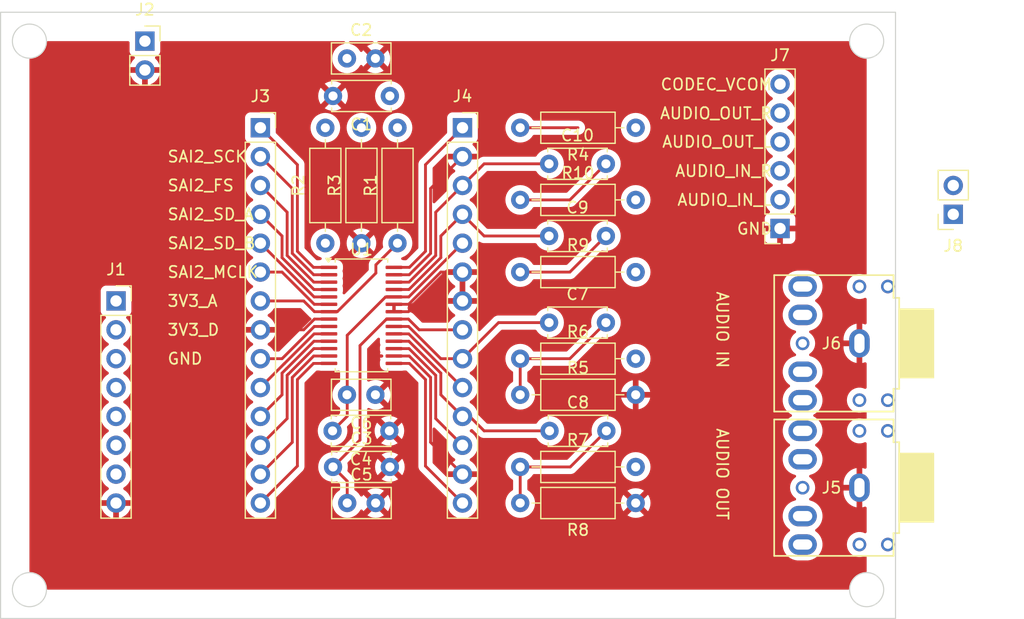
<source format=kicad_pcb>
(kicad_pcb (version 20240108) (generator "pcbnew") (generator_version "8.0")
  (title_block (title "Daisy Seed Development Kit External Codec PCM3060") (date "2024-03-06") (rev "1.0.1"))
  (layers (0 "F.Cu" signal) (31 "B.Cu" signal) (34 "B.Paste" user) (35 "F.Paste" user) (36 "B.SilkS" user "B.Silkscreen") (37 "F.SilkS" user "F.Silkscreen") (38 "B.Mask" user) (39 "F.Mask" user) (44 "Edge.Cuts" user))
  (net 0 "")
  (net 1 "3V3_D")
  (net 2 "GND")
  (net 3 "CODEC_VCOM")
  (net 4 "5V")
  (net 5 "CODEC_OUT_L")
  (net 6 "Net-(C7-Pad2)")
  (net 7 "CODEC_OUT_R")
  (net 8 "Net-(C8-Pad2)")
  (net 9 "Net-(C9-Pad2)")
  (net 10 "CODEC_IN_L")
  (net 11 "Net-(C10-Pad2)")
  (net 12 "CODEC_IN_R")
  (net 13 "SAI2_SD_B")
  (net 14 "SAI2_MCLK")
  (net 15 "SAI2_SCK")
  (net 16 "SAI2_SD_A")
  (net 17 "3V3_A")
  (net 18 "SAI2_FS")
  (net 19 "VDD")
  (net 20 "NC_14")
  (net 21 "DEMP")
  (net 22 "NC_13")
  (net 23 "FMT")
  (net 24 "MODE")
  (net 25 "AUDIO_OUT_L")
  (net 26 "AUDIO_OUT_R")
  (net 27 "AUDIO_IN_L")
  (net 28 "AUDIO_IN_R")
  (net 29 "NC_19")
  (net 30 "NC_17")
  (footprint "Capacitor_THT:C_Disc_D5.0mm_W2.5mm_P5.00mm" (layer "F.Cu") (at 96.52 100.965)
    (property "Reference" "C7" (at 2.5 -2.5 0) (layer "F.SilkS"))
    (property "Value" "4.7μF")
    (pad "1" thru_hole circle (at 0 0) (size 1.6 1.6) (drill 0.8) (layers "*.Cu" "*.Mask") (net 5 "CODEC_OUT_L"))
    (pad "2" thru_hole circle (at 5 0) (size 1.6 1.6) (drill 0.8) (layers "*.Cu" "*.Mask") (net 6 "Net-(C7-Pad2)"))
  )
  (footprint "Capacitor_THT:C_Disc_D5.0mm_W2.5mm_P5.00mm" (layer "F.Cu") (at 82.47 110.49 180)
    (property "Reference" "C4" (at 2.5 -2.5 180) (layer "F.SilkS"))
    (property "Value" "10μF")
    (pad "1" thru_hole circle (at 0 0 180) (size 1.6 1.6) (drill 0.8) (layers "*.Cu" "*.Mask") (net 2 "GND"))
    (pad "2" thru_hole circle (at 5 0 180) (size 1.6 1.6) (drill 0.8) (layers "*.Cu" "*.Mask") (net 4 "5V"))
  )
  (footprint "Resistor_THT:R_Axial_DIN0207_L6.3mm_D2.5mm_P10.16mm_Horizontal" (layer "F.Cu") (at 93.98 107.315)
    (property "Reference" "R5" (at 5.08 -2.37 0) (layer "F.SilkS"))
    (property "Value" "47KΩ")
    (pad "1" thru_hole circle (at 0 0) (size 1.6 1.6) (drill 0.8) (layers "*.Cu" "*.Mask") (net 6 "Net-(C7-Pad2)"))
    (pad "2" thru_hole oval (at 10.16 0) (size 1.6 1.6) (drill 0.8) (layers "*.Cu" "*.Mask") (net 2 "GND"))
  )
  (footprint "Resistor_THT:R_Axial_DIN0207_L6.3mm_D2.5mm_P10.16mm_Horizontal" (layer "F.Cu") (at 93.98 104.14)
    (property "Reference" "R6" (at 5.08 -2.37 0) (layer "F.SilkS"))
    (property "Value" "100Ω")
    (pad "1" thru_hole circle (at 0 0) (size 1.6 1.6) (drill 0.8) (layers "*.Cu" "*.Mask") (net 6 "Net-(C7-Pad2)"))
    (pad "2" thru_hole oval (at 10.16 0) (size 1.6 1.6) (drill 0.8) (layers "*.Cu" "*.Mask") (net 25 "AUDIO_OUT_L"))
  )
  (footprint "Resistor_THT:R_Axial_DIN0207_L6.3mm_D2.5mm_P10.16mm_Horizontal" (layer "F.Cu") (at 76.835 93.98 90)
    (property "Reference" "R2" (at 5.08 -2.37 -90) (layer "F.SilkS"))
    (property "Value" "47KΩ")
    (pad "1" thru_hole circle (at 0 0 90) (size 1.6 1.6) (drill 0.8) (layers "*.Cu" "*.Mask") (net 1 "3V3_D"))
    (pad "2" thru_hole oval (at 10.16 0 90) (size 1.6 1.6) (drill 0.8) (layers "*.Cu" "*.Mask") (net 23 "FMT"))
  )
  (footprint "Resistor_THT:R_Axial_DIN0207_L6.3mm_D2.5mm_P10.16mm_Horizontal" (layer "F.Cu") (at 93.98 113.665)
    (property "Reference" "R7" (at 5.08 -2.37 0) (layer "F.SilkS"))
    (property "Value" "100Ω")
    (pad "1" thru_hole circle (at 0 0) (size 1.6 1.6) (drill 0.8) (layers "*.Cu" "*.Mask") (net 8 "Net-(C8-Pad2)"))
    (pad "2" thru_hole oval (at 10.16 0) (size 1.6 1.6) (drill 0.8) (layers "*.Cu" "*.Mask") (net 26 "AUDIO_OUT_R"))
  )
  (footprint "Resistor_THT:R_Axial_DIN0207_L6.3mm_D2.5mm_P10.16mm_Horizontal" (layer "F.Cu") (at 83.185 93.98 90)
    (property "Reference" "R1" (at 5.08 -2.37 -90) (layer "F.SilkS"))
    (property "Value" "5.1Ω")
    (pad "1" thru_hole circle (at 0 0 90) (size 1.6 1.6) (drill 0.8) (layers "*.Cu" "*.Mask") (net 19 "VDD"))
    (pad "2" thru_hole oval (at 10.16 0 90) (size 1.6 1.6) (drill 0.8) (layers "*.Cu" "*.Mask") (net 1 "3V3_D"))
  )
  (footprint "Connector_PinSocket_2.54mm:PinSocket_1x14_P2.54mm_Vertical" (layer "F.Cu") (at 88.9 83.82)
    (property "Reference" "J4" (at 0 -2.77 0) (layer "F.SilkS"))
    (property "Value" "Conn_01x14_Female")
    (pad "15" thru_hole oval (at 0 33.02) (size 1.7 1.7) (drill 1) (layers "*.Cu" "*.Mask") (net 1 "3V3_D"))
    (pad "16" thru_hole oval (at 0 30.48) (size 1.7 1.7) (drill 1) (layers "*.Cu" "*.Mask") (net 2 "GND"))
    (pad "17" thru_hole oval (at 0 27.94) (size 1.7 1.7) (drill 1) (layers "*.Cu" "*.Mask") (net 30 "NC_17"))
    (pad "18" thru_hole oval (at 0 25.4) (size 1.7 1.7) (drill 1) (layers "*.Cu" "*.Mask") (net 7 "CODEC_OUT_R"))
    (pad "19" thru_hole oval (at 0 22.86) (size 1.7 1.7) (drill 1) (layers "*.Cu" "*.Mask") (net 29 "NC_19"))
    (pad "20" thru_hole oval (at 0 20.32) (size 1.7 1.7) (drill 1) (layers "*.Cu" "*.Mask") (net 5 "CODEC_OUT_L"))
    (pad "21" thru_hole oval (at 0 17.78) (size 1.7 1.7) (drill 1) (layers "*.Cu" "*.Mask") (net 3 "CODEC_VCOM"))
    (pad "22" thru_hole oval (at 0 15.24) (size 1.7 1.7) (drill 1) (layers "*.Cu" "*.Mask") (net 2 "GND"))
    (pad "23" thru_hole oval (at 0 12.7) (size 1.7 1.7) (drill 1) (layers "*.Cu" "*.Mask") (net 2 "GND"))
    (pad "24" thru_hole oval (at 0 10.16) (size 1.7 1.7) (drill 1) (layers "*.Cu" "*.Mask") (net 4 "5V"))
    (pad "25" thru_hole oval (at 0 7.62) (size 1.7 1.7) (drill 1) (layers "*.Cu" "*.Mask") (net 10 "CODEC_IN_L"))
    (pad "26" thru_hole oval (at 0 5.08) (size 1.7 1.7) (drill 1) (layers "*.Cu" "*.Mask") (net 12 "CODEC_IN_R"))
    (pad "27" thru_hole oval (at 0 2.54) (size 1.7 1.7) (drill 1) (layers "*.Cu" "*.Mask") (net 2 "GND"))
    (pad "28" thru_hole rect (at 0 0) (size 1.7 1.7) (drill 1) (layers "*.Cu" "*.Mask") (net 24 "MODE"))
  )
  (footprint "Package_SO:TSSOP-28_4.4x9.7mm_P0.65mm" (layer "F.Cu") (at 80.01 100.33)
    (property "Reference" "U1" (at 0 -5.8 0) (layer "F.SilkS"))
    (property "Value" "PCM3060")
    (pad "1" smd roundrect (at -2.8625 -4.225) (size 1.475 0.3) (layers "F.Cu" "F.Paste" "F.Mask") (net 23 "FMT"))
    (pad "2" smd roundrect (at -2.8625 -3.575) (size 1.475 0.3) (layers "F.Cu" "F.Paste" "F.Mask") (net 21 "DEMP"))
    (pad "3" smd roundrect (at -2.8625 -2.925) (size 1.475 0.3) (layers "F.Cu" "F.Paste" "F.Mask") (net 13 "SAI2_SD_B"))
    (pad "4" smd roundrect (at -2.8625 -2.275) (size 1.475 0.3) (layers "F.Cu" "F.Paste" "F.Mask") (net 18 "SAI2_FS"))
    (pad "5" smd roundrect (at -2.8625 -1.625) (size 1.475 0.3) (layers "F.Cu" "F.Paste" "F.Mask") (net 15 "SAI2_SCK"))
    (pad "6" smd roundrect (at -2.8625 -0.975) (size 1.475 0.3) (layers "F.Cu" "F.Paste" "F.Mask") (net 14 "SAI2_MCLK"))
    (pad "7" smd roundrect (at -2.8625 -0.325) (size 1.475 0.3) (layers "F.Cu" "F.Paste" "F.Mask") (net 19 "VDD"))
    (pad "8" smd roundrect (at -2.8625 0.325) (size 1.475 0.3) (layers "F.Cu" "F.Paste" "F.Mask") (net 2 "GND"))
    (pad "9" smd roundrect (at -2.8625 0.975) (size 1.475 0.3) (layers "F.Cu" "F.Paste" "F.Mask") (net 14 "SAI2_MCLK"))
    (pad "10" smd roundrect (at -2.8625 1.625) (size 1.475 0.3) (layers "F.Cu" "F.Paste" "F.Mask") (net 15 "SAI2_SCK"))
    (pad "11" smd roundrect (at -2.8625 2.275) (size 1.475 0.3) (layers "F.Cu" "F.Paste" "F.Mask") (net 18 "SAI2_FS"))
    (pad "12" smd roundrect (at -2.8625 2.925) (size 1.475 0.3) (layers "F.Cu" "F.Paste" "F.Mask") (net 16 "SAI2_SD_A"))
    (pad "13" smd roundrect (at -2.8625 3.575) (size 1.475 0.3) (layers "F.Cu" "F.Paste" "F.Mask") (net 22 "NC_13"))
    (pad "14" smd roundrect (at -2.8625 4.225) (size 1.475 0.3) (layers "F.Cu" "F.Paste" "F.Mask") (net 20 "NC_14"))
    (pad "15" smd roundrect (at 2.8625 4.225) (size 1.475 0.3) (layers "F.Cu" "F.Paste" "F.Mask") (net 1 "3V3_D"))
    (pad "16" smd roundrect (at 2.8625 3.575) (size 1.475 0.3) (layers "F.Cu" "F.Paste" "F.Mask") (net 2 "GND"))
    (pad "17" smd roundrect (at 2.8625 2.925) (size 1.475 0.3) (layers "F.Cu" "F.Paste" "F.Mask") (net 30 "NC_17"))
    (pad "18" smd roundrect (at 2.8625 2.275) (size 1.475 0.3) (layers "F.Cu" "F.Paste" "F.Mask") (net 7 "CODEC_OUT_R"))
    (pad "19" smd roundrect (at 2.8625 1.625) (size 1.475 0.3) (layers "F.Cu" "F.Paste" "F.Mask") (net 29 "NC_19"))
    (pad "20" smd roundrect (at 2.8625 0.975) (size 1.475 0.3) (layers "F.Cu" "F.Paste" "F.Mask") (net 5 "CODEC_OUT_L"))
    (pad "21" smd roundrect (at 2.8625 0.325) (size 1.475 0.3) (layers "F.Cu" "F.Paste" "F.Mask") (net 3 "CODEC_VCOM"))
    (pad "22" smd roundrect (at 2.8625 -0.325) (size 1.475 0.3) (layers "F.Cu" "F.Paste" "F.Mask") (net 2 "GND"))
    (pad "23" smd roundrect (at 2.8625 -0.975) (size 1.475 0.3) (layers "F.Cu" "F.Paste" "F.Mask") (net 2 "GND"))
    (pad "24" smd roundrect (at 2.8625 -1.625) (size 1.475 0.3) (layers "F.Cu" "F.Paste" "F.Mask") (net 4 "5V"))
    (pad "25" smd roundrect (at 2.8625 -2.275) (size 1.475 0.3) (layers "F.Cu" "F.Paste" "F.Mask") (net 10 "CODEC_IN_L"))
    (pad "26" smd roundrect (at 2.8625 -2.925) (size 1.475 0.3) (layers "F.Cu" "F.Paste" "F.Mask") (net 12 "CODEC_IN_R"))
    (pad "27" smd roundrect (at 2.8625 -3.575) (size 1.475 0.3) (layers "F.Cu" "F.Paste" "F.Mask") (net 2 "GND"))
    (pad "28" smd roundrect (at 2.8625 -4.225) (size 1.475 0.3) (layers "F.Cu" "F.Paste" "F.Mask") (net 24 "MODE"))
  )
  (footprint "Resistor_THT:R_Axial_DIN0207_L6.3mm_D2.5mm_P10.16mm_Horizontal" (layer "F.Cu") (at 93.98 90.17)
    (property "Reference" "R10" (at 5.08 -2.37 0) (layer "F.SilkS"))
    (property "Value" "3.6KΩ")
    (pad "1" thru_hole circle (at 0 0) (size 1.6 1.6) (drill 0.8) (layers "*.Cu" "*.Mask") (net 11 "Net-(C10-Pad2)"))
    (pad "2" thru_hole oval (at 10.16 0) (size 1.6 1.6) (drill 0.8) (layers "*.Cu" "*.Mask") (net 28 "AUDIO_IN_R"))
  )
  (footprint "Connector_PinSocket_2.54mm:PinSocket_1x06_P2.54mm_Vertical" (layer "F.Cu") (at 116.84 92.685 180)
    (property "Reference" "J7" (at 0 15.24 180) (layer "F.SilkS"))
    (property "Value" "Conn_01x06_Pin")
    (pad "1" thru_hole rect (at 0 0 180) (size 1.7 1.7) (drill 1) (layers "*.Cu" "*.Mask") (net 2 "GND"))
    (pad "2" thru_hole oval (at 0 2.54 180) (size 1.7 1.7) (drill 1) (layers "*.Cu" "*.Mask") (net 27 "AUDIO_IN_L"))
    (pad "3" thru_hole oval (at 0 5.08 180) (size 1.7 1.7) (drill 1) (layers "*.Cu" "*.Mask") (net 28 "AUDIO_IN_R"))
    (pad "4" thru_hole oval (at 0 7.62 180) (size 1.7 1.7) (drill 1) (layers "*.Cu" "*.Mask") (net 25 "AUDIO_OUT_L"))
    (pad "5" thru_hole oval (at 0 10.16 180) (size 1.7 1.7) (drill 1) (layers "*.Cu" "*.Mask") (net 26 "AUDIO_OUT_R"))
    (pad "6" thru_hole oval (at 0 12.7 180) (size 1.7 1.7) (drill 1) (layers "*.Cu" "*.Mask") (net 3 "CODEC_VCOM"))
  )
  (footprint "Resistor_THT:R_Axial_DIN0207_L6.3mm_D2.5mm_P10.16mm_Horizontal" (layer "F.Cu") (at 104.14 83.82 180)
    (property "Reference" "R4" (at 5.08 -2.37 180) (layer "F.SilkS"))
    (property "Value" "220KΩ")
    (pad "1" thru_hole circle (at 0 0 180) (size 1.6 1.6) (drill 0.8) (layers "*.Cu" "*.Mask") (net 1 "3V3_D"))
    (pad "2" thru_hole oval (at 10.16 0 180) (size 1.6 1.6) (drill 0.8) (layers "*.Cu" "*.Mask") (net 24 "MODE"))
  )
  (footprint "Protoplasma:PJ-307" (layer "F.Cu") (at 120.825 102.79 180)
    (property "Reference" "J6" (at -0.54 0 0) (layer "F.SilkS"))
    (property "Value" "AudioJack3")
    (pad "" np_thru_hole circle (at -5.5 -5 180) (size 1.2 1.2) (drill 0.762) (layers "*.Cu" "*.Mask"))
    (pad "" np_thru_hole circle (at -5.5 5 180) (size 1.2 1.2) (drill 0.762) (layers "*.Cu" "*.Mask"))
    (pad "" np_thru_hole circle (at -3 -5 180) (size 1.2 1.2) (drill 0.762) (layers "*.Cu" "*.Mask"))
    (pad "" np_thru_hole circle (at -3 5 180) (size 1.2 1.2) (drill 0.762) (layers "*.Cu" "*.Mask"))
    (pad "" np_thru_hole circle (at 2 0 180) (size 1.2 1.2) (drill 0.762) (layers "*.Cu" "*.Mask"))
    (pad "R" thru_hole oval (at 2 -5 180) (size 2.5 1.8) (drill oval 1.7 0.9) (layers "*.Cu" "*.Mask") (net 28 "AUDIO_IN_R"))
    (pad "RN" thru_hole oval (at 2 -2.5 180) (size 2.5 1.8) (drill oval 1.7 0.9) (layers "*.Cu" "*.Mask"))
    (pad "S" thru_hole oval (at -3 0 270) (size 2.5 1.8) (drill oval 1.7 0.9) (layers "*.Cu" "*.Mask") (net 2 "GND"))
    (pad "T" thru_hole oval (at 2 5 180) (size 2.5 1.8) (drill oval 1.7 0.9) (layers "*.Cu" "*.Mask") (net 27 "AUDIO_IN_L"))
    (pad "TN" thru_hole oval (at 2 2.5 180) (size 2.5 1.8) (drill oval 1.7 0.9) (layers "*.Cu" "*.Mask"))
  )
  (footprint "Connector_PinSocket_2.54mm:PinSocket_1x14_P2.54mm_Vertical" (layer "F.Cu") (at 71.12 83.82)
    (property "Reference" "J3" (at 0 -2.77 0) (layer "F.SilkS"))
    (property "Value" "Conn_01x14_Female")
    (pad "1" thru_hole rect (at 0 0) (size 1.7 1.7) (drill 1) (layers "*.Cu" "*.Mask") (net 23 "FMT"))
    (pad "2" thru_hole oval (at 0 2.54) (size 1.7 1.7) (drill 1) (layers "*.Cu" "*.Mask") (net 21 "DEMP"))
    (pad "3" thru_hole oval (at 0 5.08) (size 1.7 1.7) (drill 1) (layers "*.Cu" "*.Mask") (net 13 "SAI2_SD_B"))
    (pad "4" thru_hole oval (at 0 7.62) (size 1.7 1.7) (drill 1) (layers "*.Cu" "*.Mask") (net 18 "SAI2_FS"))
    (pad "5" thru_hole oval (at 0 10.16) (size 1.7 1.7) (drill 1) (layers "*.Cu" "*.Mask") (net 15 "SAI2_SCK"))
    (pad "6" thru_hole oval (at 0 12.7) (size 1.7 1.7) (drill 1) (layers "*.Cu" "*.Mask") (net 14 "SAI2_MCLK"))
    (pad "7" thru_hole oval (at 0 15.24) (size 1.7 1.7) (drill 1) (layers "*.Cu" "*.Mask") (net 19 "VDD"))
    (pad "8" thru_hole oval (at 0 17.78) (size 1.7 1.7) (drill 1) (layers "*.Cu" "*.Mask") (net 2 "GND"))
    (pad "9" thru_hole oval (at 0 20.32) (size 1.7 1.7) (drill 1) (layers "*.Cu" "*.Mask") (net 14 "SAI2_MCLK"))
    (pad "10" thru_hole oval (at 0 22.86) (size 1.7 1.7) (drill 1) (layers "*.Cu" "*.Mask") (net 15 "SAI2_SCK"))
    (pad "11" thru_hole oval (at 0 25.4) (size 1.7 1.7) (drill 1) (layers "*.Cu" "*.Mask") (net 18 "SAI2_FS"))
    (pad "12" thru_hole oval (at 0 27.94) (size 1.7 1.7) (drill 1) (layers "*.Cu" "*.Mask") (net 16 "SAI2_SD_A"))
    (pad "13" thru_hole oval (at 0 30.48) (size 1.7 1.7) (drill 1) (layers "*.Cu" "*.Mask") (net 22 "NC_13"))
    (pad "14" thru_hole oval (at 0 33.02) (size 1.7 1.7) (drill 1) (layers "*.Cu" "*.Mask") (net 20 "NC_14"))
  )
  (footprint "Capacitor_THT:C_Disc_D5.0mm_W2.5mm_P2.50mm" (layer "F.Cu") (at 81.24 107.315 180)
    (property "Reference" "C6" (at 1.25 -2.5 180) (layer "F.SilkS"))
    (property "Value" "100nF")
    (pad "1" thru_hole circle (at 0 0 180) (size 1.6 1.6) (drill 0.8) (layers "*.Cu" "*.Mask") (net 2 "GND"))
    (pad "2" thru_hole circle (at 2.5 0 180) (size 1.6 1.6) (drill 0.8) (layers "*.Cu" "*.Mask") (net 4 "5V"))
  )
  (footprint "Connector_PinSocket_2.54mm:PinSocket_1x02_P2.54mm_Vertical" (layer "F.Cu") (at 60.96 76.2)
    (property "Reference" "J2" (at 0 -2.77 0) (layer "F.SilkS"))
    (property "Value" "Conn_01x02_Pin")
    (pad "1" thru_hole rect (at 0 0) (size 1.7 1.7) (drill 1) (layers "*.Cu" "*.Mask") (net 4 "5V"))
    (pad "2" thru_hole oval (at 0 2.54) (size 1.7 1.7) (drill 1) (layers "*.Cu" "*.Mask") (net 2 "GND"))
  )
  (footprint "Connector_PinSocket_2.54mm:PinSocket_1x08_P2.54mm_Vertical" (layer "F.Cu") (at 58.42 99.06)
    (property "Reference" "J1" (at 0 -2.77 0) (layer "F.SilkS"))
    (property "Value" "Conn_01x08_Male")
    (pad "1" thru_hole rect (at 0 0) (size 1.7 1.7) (drill 1) (layers "*.Cu" "*.Mask") (net 15 "SAI2_SCK"))
    (pad "2" thru_hole oval (at 0 2.54) (size 1.7 1.7) (drill 1) (layers "*.Cu" "*.Mask") (net 18 "SAI2_FS"))
    (pad "3" thru_hole oval (at 0 5.08) (size 1.7 1.7) (drill 1) (layers "*.Cu" "*.Mask") (net 16 "SAI2_SD_A"))
    (pad "4" thru_hole oval (at 0 7.62) (size 1.7 1.7) (drill 1) (layers "*.Cu" "*.Mask") (net 13 "SAI2_SD_B"))
    (pad "5" thru_hole oval (at 0 10.16) (size 1.7 1.7) (drill 1) (layers "*.Cu" "*.Mask") (net 14 "SAI2_MCLK"))
    (pad "6" thru_hole oval (at 0 12.7) (size 1.7 1.7) (drill 1) (layers "*.Cu" "*.Mask") (net 17 "3V3_A"))
    (pad "7" thru_hole oval (at 0 15.24) (size 1.7 1.7) (drill 1) (layers "*.Cu" "*.Mask") (net 1 "3V3_D"))
    (pad "8" thru_hole oval (at 0 17.78) (size 1.7 1.7) (drill 1) (layers "*.Cu" "*.Mask") (net 2 "GND"))
  )
  (footprint "Capacitor_THT:C_Disc_D5.0mm_W2.5mm_P5.00mm" (layer "F.Cu") (at 96.52 93.345)
    (property "Reference" "C9" (at 2.5 -2.5 0) (layer "F.SilkS"))
    (property "Value" "4.7μF")
    (pad "1" thru_hole circle (at 0 0) (size 1.6 1.6) (drill 0.8) (layers "*.Cu" "*.Mask") (net 10 "CODEC_IN_L"))
    (pad "2" thru_hole circle (at 5 0) (size 1.6 1.6) (drill 0.8) (layers "*.Cu" "*.Mask") (net 9 "Net-(C9-Pad2)"))
  )
  (footprint "Capacitor_THT:C_Disc_D5.0mm_W2.5mm_P2.50mm" (layer "F.Cu") (at 78.76 116.84)
    (property "Reference" "C5" (at 1.25 -2.5 0) (layer "F.SilkS"))
    (property "Value" "100nF")
    (pad "1" thru_hole circle (at 0 0) (size 1.6 1.6) (drill 0.8) (layers "*.Cu" "*.Mask") (net 3 "CODEC_VCOM"))
    (pad "2" thru_hole circle (at 2.5 0) (size 1.6 1.6) (drill 0.8) (layers "*.Cu" "*.Mask") (net 2 "GND"))
  )
  (footprint "Resistor_THT:R_Axial_DIN0207_L6.3mm_D2.5mm_P10.16mm_Horizontal" (layer "F.Cu") (at 80.01 93.98 90)
    (property "Reference" "R3" (at 5.08 -2.37 -90) (layer "F.SilkS"))
    (property "Value" "47KΩ")
    (pad "1" thru_hole circle (at 0 0 90) (size 1.6 1.6) (drill 0.8) (layers "*.Cu" "*.Mask") (net 2 "GND"))
    (pad "2" thru_hole oval (at 10.16 0 90) (size 1.6 1.6) (drill 0.8) (layers "*.Cu" "*.Mask") (net 21 "DEMP"))
  )
  (footprint "Capacitor_THT:C_Disc_D5.0mm_W2.5mm_P5.00mm" (layer "F.Cu") (at 96.52 86.995)
    (property "Reference" "C10" (at 2.5 -2.5 0) (layer "F.SilkS"))
    (property "Value" "4.7μF")
    (pad "1" thru_hole circle (at 0 0) (size 1.6 1.6) (drill 0.8) (layers "*.Cu" "*.Mask") (net 12 "CODEC_IN_R"))
    (pad "2" thru_hole circle (at 5 0) (size 1.6 1.6) (drill 0.8) (layers "*.Cu" "*.Mask") (net 11 "Net-(C10-Pad2)"))
  )
  (footprint "Capacitor_THT:C_Disc_D5.0mm_W2.5mm_P5.00mm" (layer "F.Cu") (at 96.56 110.49)
    (property "Reference" "C8" (at 2.5 -2.5 0) (layer "F.SilkS"))
    (property "Value" "4.7μF")
    (pad "1" thru_hole circle (at 0 0) (size 1.6 1.6) (drill 0.8) (layers "*.Cu" "*.Mask") (net 7 "CODEC_OUT_R"))
    (pad "2" thru_hole circle (at 5 0) (size 1.6 1.6) (drill 0.8) (layers "*.Cu" "*.Mask") (net 8 "Net-(C8-Pad2)"))
  )
  (footprint "Resistor_THT:R_Axial_DIN0207_L6.3mm_D2.5mm_P10.16mm_Horizontal" (layer "F.Cu") (at 93.98 96.52)
    (property "Reference" "R9" (at 5.08 -2.37 0) (layer "F.SilkS"))
    (property "Value" "3.6KΩ")
    (pad "1" thru_hole circle (at 0 0) (size 1.6 1.6) (drill 0.8) (layers "*.Cu" "*.Mask") (net 9 "Net-(C9-Pad2)"))
    (pad "2" thru_hole oval (at 10.16 0) (size 1.6 1.6) (drill 0.8) (layers "*.Cu" "*.Mask") (net 27 "AUDIO_IN_L"))
  )
  (footprint "Capacitor_THT:C_Disc_D5.0mm_W2.5mm_P5.00mm" (layer "F.Cu") (at 77.51 113.665)
    (property "Reference" "C3" (at 2.5 -2.5 0) (layer "F.SilkS"))
    (property "Value" "2.2μF")
    (pad "1" thru_hole circle (at 0 0) (size 1.6 1.6) (drill 0.8) (layers "*.Cu" "*.Mask") (net 3 "CODEC_VCOM"))
    (pad "2" thru_hole circle (at 5 0) (size 1.6 1.6) (drill 0.8) (layers "*.Cu" "*.Mask") (net 2 "GND"))
  )
  (footprint "Resistor_THT:R_Axial_DIN0207_L6.3mm_D2.5mm_P10.16mm_Horizontal" (layer "F.Cu") (at 104.14 116.84 180)
    (property "Reference" "R8" (at 5.08 -2.37 180) (layer "F.SilkS"))
    (property "Value" "47KΩ")
    (pad "1" thru_hole circle (at 0 0 180) (size 1.6 1.6) (drill 0.8) (layers "*.Cu" "*.Mask") (net 2 "GND"))
    (pad "2" thru_hole oval (at 10.16 0 180) (size 1.6 1.6) (drill 0.8) (layers "*.Cu" "*.Mask") (net 8 "Net-(C8-Pad2)"))
  )
  (footprint "Connector_PinSocket_2.54mm:PinSocket_1x02_P2.54mm_Vertical" (layer "F.Cu") (at 132.08 91.44 180)
    (property "Reference" "J8" (at 0 -2.77 180) (layer "F.SilkS"))
    (property "Value" "Conn_01x02_Pin")
    (pad "1" thru_hole rect (at 0 0 180) (size 1.7 1.7) (drill 1) (layers "*.Cu" "*.Mask") (net 2 "GND"))
    (pad "2" thru_hole oval (at 0 2.54 180) (size 1.7 1.7) (drill 1) (layers "*.Cu" "*.Mask") (net 4 "5V"))
  )
  (footprint "Capacitor_THT:C_Disc_D5.0mm_W2.5mm_P5.00mm" (layer "F.Cu") (at 82.51 81.026 180)
    (property "Reference" "C1" (at 2.5 -2.5 180) (layer "F.SilkS"))
    (property "Value" "10μF")
    (pad "1" thru_hole circle (at 0 0 180) (size 1.6 1.6) (drill 0.8) (layers "*.Cu" "*.Mask") (net 1 "3V3_D"))
    (pad "2" thru_hole circle (at 5 0 180) (size 1.6 1.6) (drill 0.8) (layers "*.Cu" "*.Mask") (net 2 "GND"))
  )
  (footprint "Protoplasma:PJ-307" (layer "F.Cu") (at 120.825 115.49 180)
    (property "Reference" "J5" (at -0.54 0 0) (layer "F.SilkS"))
    (property "Value" "AudioJack3")
    (pad "" np_thru_hole circle (at -5.5 -5 180) (size 1.2 1.2) (drill 0.762) (layers "*.Cu" "*.Mask"))
    (pad "" np_thru_hole circle (at -5.5 5 180) (size 1.2 1.2) (drill 0.762) (layers "*.Cu" "*.Mask"))
    (pad "" np_thru_hole circle (at -3 -5 180) (size 1.2 1.2) (drill 0.762) (layers "*.Cu" "*.Mask"))
    (pad "" np_thru_hole circle (at -3 5 180) (size 1.2 1.2) (drill 0.762) (layers "*.Cu" "*.Mask"))
    (pad "" np_thru_hole circle (at 2 0 180) (size 1.2 1.2) (drill 0.762) (layers "*.Cu" "*.Mask"))
    (pad "R" thru_hole oval (at 2 -5 180) (size 2.5 1.8) (drill oval 1.7 0.9) (layers "*.Cu" "*.Mask") (net 26 "AUDIO_OUT_R"))
    (pad "RN" thru_hole oval (at 2 -2.5 180) (size 2.5 1.8) (drill oval 1.7 0.9) (layers "*.Cu" "*.Mask"))
    (pad "S" thru_hole oval (at -3 0 270) (size 2.5 1.8) (drill oval 1.7 0.9) (layers "*.Cu" "*.Mask") (net 2 "GND"))
    (pad "T" thru_hole oval (at 2 5 180) (size 2.5 1.8) (drill oval 1.7 0.9) (layers "*.Cu" "*.Mask") (net 25 "AUDIO_OUT_L"))
    (pad "TN" thru_hole oval (at 2 2.5 180) (size 2.5 1.8) (drill oval 1.7 0.9) (layers "*.Cu" "*.Mask"))
  )
  (footprint "Capacitor_THT:C_Disc_D5.0mm_W2.5mm_P2.50mm" (layer "F.Cu") (at 78.74 77.724)
    (property "Reference" "C2" (at 1.25 -2.5 0) (layer "F.SilkS"))
    (property "Value" "100nF")
    (pad "1" thru_hole circle (at 0 0) (size 1.6 1.6) (drill 0.8) (layers "*.Cu" "*.Mask") (net 1 "3V3_D"))
    (pad "2" thru_hole circle (at 2.5 0) (size 1.6 1.6) (drill 0.8) (layers "*.Cu" "*.Mask") (net 2 "GND"))
  )
  (gr_circle (center 50.8 124.46) (end 52.3 124.46) (stroke (width 0.1)) (fill none) (layer "Edge.Cuts"))
  (gr_rect (start 48.26 73.66) (end 127 127) (stroke (width 0.1)) (fill none) (layer "Edge.Cuts"))
  (gr_circle (center 124.46 124.46) (end 125.96 124.46) (stroke (width 0.1)) (fill none) (layer "Edge.Cuts"))
  (gr_circle (center 124.46 76.2) (end 125.96 76.2) (stroke (width 0.1)) (fill none) (layer "Edge.Cuts"))
  (gr_circle (center 50.8 76.2) (end 52.3 76.2) (stroke (width 0.1)) (fill none) (layer "Edge.Cuts"))
  (gr_text "GND" (at 116.205 92.71 0) (layer "F.SilkS") (effects (font (size 1 1)) (justify right)))
  (gr_text "AUDIO OUT" (at 111.76 114.3 270) (layer "F.SilkS") (effects (font (size 1 1))))
  (gr_text "AUDIO_OUT_L" (at 116.205 85.06 0) (layer "F.SilkS") (effects (font (size 1 1)) (justify right)))
  (gr_text "AUDIO_OUT_R" (at 116.205 82.55 0) (layer "F.SilkS") (effects (font (size 1 1)) (justify right)))
  (gr_text "AUDIO IN" (at 111.76 101.6 270) (layer "F.SilkS") (effects (font (size 1 1))))
  (gr_text "AUDIO_IN_R" (at 116.205 87.63 0) (layer "F.SilkS") (effects (font (size 1 1)) (justify right)))
  (gr_text "SAI2_SD_A" (at 62.865 91.44 0) (layer "F.SilkS") (effects (font (size 1 1)) (justify left)))
  (gr_text "SAI2_MCLK" (at 62.865 96.52 0) (layer "F.SilkS") (effects (font (size 1 1)) (justify left)))
  (gr_text "CODEC_VCOM" (at 116.205 80.01 0) (layer "F.SilkS") (effects (font (size 1 1)) (justify right)))
  (gr_text "AUDIO_IN_L" (at 116.205 90.17 0) (layer "F.SilkS") (effects (font (size 1 1)) (justify right)))
  (gr_text "3V3_D" (at 62.865 101.6 0) (layer "F.SilkS") (effects (font (size 1 1)) (justify left)))
  (gr_text "3V3_A" (at 62.865 99.06 0) (layer "F.SilkS") (effects (font (size 1 1)) (justify left)))
  (gr_text "SAI2_SD_B" (at 62.865 93.98 0) (layer "F.SilkS") (effects (font (size 1 1)) (justify left)))
  (gr_text "GND" (at 62.865 104.14 0) (layer "F.SilkS") (effects (font (size 1 1)) (justify left)))
  (gr_text "SAI2_FS" (at 62.865 88.9 0) (layer "F.SilkS") (effects (font (size 1 1)) (justify left)))
  (gr_text "SAI2_SCK" (at 62.865 86.36 0) (layer "F.SilkS") (effects (font (size 1 1)) (justify left)))
  (segment (start 84.226624 104.555) (end 82.8725 104.555) (width 0.25) (layer "F.Cu") (net 1))
  (segment (start 88.9 116.84) (end 85.645 113.585) (width 0.25) (layer "F.Cu") (net 1))
  (segment (start 85.645 105.973376) (end 84.226624 104.555) (width 0.25) (layer "F.Cu") (net 1))
  (segment (start 85.645 113.585) (end 85.645 105.973376) (width 0.25) (layer "F.Cu") (net 1))
  (segment (start 82.8725 100.005) (end 84.145 100.005) (width 0.25) (layer "F.Cu") (net 2))
  (segment (start 84.145 100.005) (end 85.09 99.06) (width 0.25) (layer "F.Cu") (net 2))
  (segment (start 75.875 100.655) (end 77.1475 100.655) (width 0.25) (layer "F.Cu") (net 2))
  (segment (start 85.09 99.06) (end 88.9 99.06) (width 0.25) (layer "F.Cu") (net 2))
  (segment (start 86.095 89.165) (end 88.9 86.36) (width 0.25) (layer "F.Cu") (net 2))
  (segment (start 86.095 105.78698) (end 84.21302 103.905) (width 0.25) (layer "F.Cu") (net 2))
  (segment (start 84.21302 103.905) (end 82.8725 103.905) (width 0.25) (layer "F.Cu") (net 2))
  (segment (start 84.16 99.355) (end 86.995 96.52) (width 0.25) (layer "F.Cu") (net 2))
  (segment (start 71.12 101.6) (end 74.93 101.6) (width 0.25) (layer "F.Cu") (net 2))
  (segment (start 84.215812 96.755) (end 86.095 94.875812) (width 0.25) (layer "F.Cu") (net 2))
  (segment (start 86.095 94.875812) (end 86.095 89.165) (width 0.25) (layer "F.Cu") (net 2))
  (segment (start 88.9 114.3) (end 86.095 111.495) (width 0.25) (layer "F.Cu") (net 2))
  (segment (start 86.995 96.52) (end 88.9 96.52) (width 0.25) (layer "F.Cu") (net 2))
  (segment (start 82.8725 96.755) (end 84.215812 96.755) (width 0.25) (layer "F.Cu") (net 2))
  (segment (start 74.93 101.6) (end 75.875 100.655) (width 0.25) (layer "F.Cu") (net 2))
  (segment (start 86.095 111.495) (end 86.095 105.78698) (width 0.25) (layer "F.Cu") (net 2))
  (segment (start 82.8725 99.355) (end 84.16 99.355) (width 0.25) (layer "F.Cu") (net 2))
  (segment (start 85.09 101.6) (end 88.9 101.6) (width 0.25) (layer "F.Cu") (net 3))
  (segment (start 79.885 102.987236) (end 82.217236 100.655) (width 0.25) (layer "F.Cu") (net 3))
  (segment (start 82.217236 100.655) (end 82.8725 100.655) (width 0.25) (layer "F.Cu") (net 3))
  (segment (start 82.8725 100.655) (end 83.527764 100.655) (width 0.25) (layer "F.Cu") (net 3))
  (segment (start 79.885 111.29) (end 79.885 102.987236) (width 0.25) (layer "F.Cu") (net 3))
  (segment (start 78.76 114.915) (end 77.51 113.665) (width 0.25) (layer "F.Cu") (net 3))
  (segment (start 78.76 116.84) (end 78.76 114.915) (width 0.25) (layer "F.Cu") (net 3))
  (segment (start 82.8725 100.655) (end 84.145 100.655) (width 0.25) (layer "F.Cu") (net 3))
  (segment (start 77.51 113.665) (end 79.885 111.29) (width 0.25) (layer "F.Cu") (net 3))
  (segment (start 84.145 100.655) (end 85.09 101.6) (width 0.25) (layer "F.Cu") (net 3))
  (segment (start 78.76 102.080001) (end 82.135001 98.705) (width 0.25) (layer "F.Cu") (net 4))
  (segment (start 84.175 98.705) (end 88.9 93.98) (width 0.25) (layer "F.Cu") (net 4))
  (segment (start 78.76 109.2) (end 77.47 110.49) (width 0.25) (layer "F.Cu") (net 4))
  (segment (start 82.8725 98.705) (end 84.175 98.705) (width 0.25) (layer "F.Cu") (net 4))
  (segment (start 78.76 107.315) (end 78.76 102.080001) (width 0.25) (layer "F.Cu") (net 4))
  (segment (start 78.76 107.315) (end 78.76 109.2) (width 0.25) (layer "F.Cu") (net 4))
  (segment (start 82.135001 98.705) (end 82.8725 98.705) (width 0.25) (layer "F.Cu") (net 4))
  (segment (start 84.158604 101.305) (end 82.8725 101.305) (width 0.25) (layer "F.Cu") (net 5))
  (segment (start 88.9 104.14) (end 86.993604 104.14) (width 0.25) (layer "F.Cu") (net 5))
  (segment (start 88.9 104.14) (end 92.075 100.965) (width 0.25) (layer "F.Cu") (net 5))
  (segment (start 86.993604 104.14) (end 84.158604 101.305) (width 0.25) (layer "F.Cu") (net 5))
  (segment (start 92.075 100.965) (end 96.52 100.965) (width 0.25) (layer "F.Cu") (net 5))
  (segment (start 93.98 104.14) (end 93.98 107.315) (width 0.25) (layer "F.Cu") (net 6))
  (segment (start 93.98 104.14) (end 98.345 104.14) (width 0.25) (layer "F.Cu") (net 6))
  (segment (start 98.345 104.14) (end 101.52 100.965) (width 0.25) (layer "F.Cu") (net 6))
  (segment (start 84.185812 102.605) (end 82.8725 102.605) (width 0.25) (layer "F.Cu") (net 7))
  (segment (start 86.995 107.315) (end 86.995 105.414188) (width 0.25) (layer "F.Cu") (net 7))
  (segment (start 88.9 109.22) (end 89.535 109.22) (width 0.25) (layer "F.Cu") (net 7))
  (segment (start 89.535 109.22) (end 90.805 110.49) (width 0.25) (layer "F.Cu") (net 7))
  (segment (start 86.995 105.414188) (end 84.185812 102.605) (width 0.25) (layer "F.Cu") (net 7))
  (segment (start 90.805 110.49) (end 96.56 110.49) (width 0.25) (layer "F.Cu") (net 7))
  (segment (start 88.9 109.22) (end 86.995 107.315) (width 0.25) (layer "F.Cu") (net 7))
  (segment (start 98.385 113.665) (end 101.56 110.49) (width 0.25) (layer "F.Cu") (net 8))
  (segment (start 93.98 113.665) (end 98.385 113.665) (width 0.25) (layer "F.Cu") (net 8))
  (segment (start 93.98 116.84) (end 93.98 113.665) (width 0.25) (layer "F.Cu") (net 8))
  (segment (start 93.98 96.52) (end 98.345 96.52) (width 0.25) (layer "F.Cu") (net 9))
  (segment (start 98.345 96.52) (end 101.52 93.345) (width 0.25) (layer "F.Cu") (net 9))
  (segment (start 88.9 91.44) (end 90.805 93.345) (width 0.25) (layer "F.Cu") (net 10))
  (segment (start 84.188604 98.055) (end 86.995 95.248604) (width 0.25) (layer "F.Cu") (net 10))
  (segment (start 82.8725 98.055) (end 84.188604 98.055) (width 0.25) (layer "F.Cu") (net 10))
  (segment (start 90.805 93.345) (end 96.52 93.345) (width 0.25) (layer "F.Cu") (net 10))
  (segment (start 86.995 95.248604) (end 86.995 93.345) (width 0.25) (layer "F.Cu") (net 10))
  (segment (start 86.995 93.345) (end 88.9 91.44) (width 0.25) (layer "F.Cu") (net 10))
  (segment (start 101.52 86.995) (end 98.345 90.17) (width 0.25) (layer "F.Cu") (net 11))
  (segment (start 98.345 90.17) (end 93.98 90.17) (width 0.25) (layer "F.Cu") (net 11))
  (segment (start 86.545 95.062208) (end 86.545 91.255) (width 0.25) (layer "F.Cu") (net 12))
  (segment (start 90.805 86.995) (end 88.9 88.9) (width 0.25) (layer "F.Cu") (net 12))
  (segment (start 86.545 91.255) (end 88.9 88.9) (width 0.25) (layer "F.Cu") (net 12))
  (segment (start 96.52 86.995) (end 90.805 86.995) (width 0.25) (layer "F.Cu") (net 12))
  (segment (start 82.8725 97.405) (end 84.202208 97.405) (width 0.25) (layer "F.Cu") (net 12))
  (segment (start 84.202208 97.405) (end 86.545 95.062208) (width 0.25) (layer "F.Cu") (net 12))
  (segment (start 73.475 95.062208) (end 75.817792 97.405) (width 0.25) (layer "F.Cu") (net 13))
  (segment (start 75.817792 97.405) (end 77.1475 97.405) (width 0.25) (layer "F.Cu") (net 13))
  (segment (start 71.12 88.9) (end 73.475 91.255) (width 0.25) (layer "F.Cu") (net 13))
  (segment (start 73.475 91.255) (end 73.475 95.062208) (width 0.25) (layer "F.Cu") (net 13))
  (segment (start 75.86 99.355) (end 77.1475 99.355) (width 0.25) (layer "F.Cu") (net 14))
  (segment (start 77.1475 101.305) (end 75.861396 101.305) (width 0.25) (layer "F.Cu") (net 14))
  (segment (start 75.861396 101.305) (end 73.026396 104.14) (width 0.25) (layer "F.Cu") (net 14))
  (segment (start 73.025 96.52) (end 75.86 99.355) (width 0.25) (layer "F.Cu") (net 14))
  (segment (start 73.026396 104.14) (end 71.12 104.14) (width 0.25) (layer "F.Cu") (net 14))
  (segment (start 71.12 96.52) (end 73.025 96.52) (width 0.25) (layer "F.Cu") (net 14))
  (segment (start 71.12 106.68) (end 73.21 104.59) (width 0.25) (layer "F.Cu") (net 15))
  (segment (start 75.847792 101.955) (end 77.1475 101.955) (width 0.25) (layer "F.Cu") (net 15))
  (segment (start 73.212792 104.59) (end 75.847792 101.955) (width 0.25) (layer "F.Cu") (net 15))
  (segment (start 71.12 93.98) (end 75.845 98.705) (width 0.25) (layer "F.Cu") (net 15))
  (segment (start 73.21 104.59) (end 73.212792 104.59) (width 0.25) (layer "F.Cu") (net 15))
  (segment (start 75.845 98.705) (end 77.1475 98.705) (width 0.25) (layer "F.Cu") (net 15))
  (segment (start 73.475 109.405) (end 73.475 105.597792) (width 0.25) (layer "F.Cu") (net 16))
  (segment (start 75.820584 103.255) (end 77.1475 103.255) (width 0.25) (layer "F.Cu") (net 16))
  (segment (start 71.12 111.76) (end 73.475 109.405) (width 0.25) (layer "F.Cu") (net 16))
  (segment (start 73.475 105.597792) (end 73.582792 105.49) (width 0.25) (layer "F.Cu") (net 16))
  (segment (start 73.582792 105.49) (end 73.585584 105.49) (width 0.25) (layer "F.Cu") (net 16))
  (segment (start 73.585584 105.49) (end 75.820584 103.255) (width 0.25) (layer "F.Cu") (net 16))
  (segment (start 73.025 95.248604) (end 75.831396 98.055) (width 0.25) (layer "F.Cu") (net 18))
  (segment (start 73.025 93.345) (end 73.025 95.248604) (width 0.25) (layer "F.Cu") (net 18))
  (segment (start 73.025 107.315) (end 73.025 105.411396) (width 0.25) (layer "F.Cu") (net 18))
  (segment (start 71.12 91.44) (end 73.025 93.345) (width 0.25) (layer "F.Cu") (net 18))
  (segment (start 71.12 109.22) (end 73.025 107.315) (width 0.25) (layer "F.Cu") (net 18))
  (segment (start 75.834188 102.605) (end 77.1475 102.605) (width 0.25) (layer "F.Cu") (net 18))
  (segment (start 75.831396 98.055) (end 77.1475 98.055) (width 0.25) (layer "F.Cu") (net 18))
  (segment (start 73.025 105.411396) (end 73.396396 105.04) (width 0.25) (layer "F.Cu") (net 18))
  (segment (start 73.399188 105.04) (end 75.834188 102.605) (width 0.25) (layer "F.Cu") (net 18))
  (segment (start 73.396396 105.04) (end 73.399188 105.04) (width 0.25) (layer "F.Cu") (net 18))
  (segment (start 74.928604 99.06) (end 71.12 99.06) (width 0.25) (layer "F.Cu") (net 19))
  (segment (start 83.185 93.98) (end 81.28 95.885) (width 0.25) (layer "F.Cu") (net 19))
  (segment (start 81.28 96.609999) (end 77.884999 100.005) (width 0.25) (layer "F.Cu") (net 19))
  (segment (start 75.873604 100.005) (end 74.928604 99.06) (width 0.25) (layer "F.Cu") (net 19))
  (segment (start 81.28 95.885) (end 81.28 96.609999) (width 0.25) (layer "F.Cu") (net 19))
  (segment (start 77.884999 100.005) (end 77.1475 100.005) (width 0.25) (layer "F.Cu") (net 19))
  (segment (start 77.1475 100.005) (end 75.873604 100.005) (width 0.25) (layer "F.Cu") (net 19))
  (segment (start 74.375 105.973376) (end 75.793376 104.555) (width 0.25) (layer "F.Cu") (net 20))
  (segment (start 75.793376 104.555) (end 77.1475 104.555) (width 0.25) (layer "F.Cu") (net 20))
  (segment (start 71.12 116.84) (end 74.375 113.585) (width 0.25) (layer "F.Cu") (net 20))
  (segment (start 74.375 113.585) (end 74.375 105.973376) (width 0.25) (layer "F.Cu") (net 20))
  (segment (start 73.925 89.165) (end 73.925 94.875812) (width 0.25) (layer "F.Cu") (net 21))
  (segment (start 71.12 86.36) (end 73.925 89.165) (width 0.25) (layer "F.Cu") (net 21))
  (segment (start 75.804188 96.755) (end 77.1475 96.755) (width 0.25) (layer "F.Cu") (net 21))
  (segment (start 73.925 94.875812) (end 75.804188 96.755) (width 0.25) (layer "F.Cu") (net 21))
  (segment (start 73.925 105.78698) (end 75.80698 103.905) (width 0.25) (layer "F.Cu") (net 22))
  (segment (start 73.925 111.495) (end 73.925 105.78698) (width 0.25) (layer "F.Cu") (net 22))
  (segment (start 71.12 114.3) (end 73.925 111.495) (width 0.25) (layer "F.Cu") (net 22))
  (segment (start 75.80698 103.905) (end 77.1475 103.905) (width 0.25) (layer "F.Cu") (net 22))
  (segment (start 71.12 83.82) (end 74.375 87.075) (width 0.25) (layer "F.Cu") (net 23))
  (segment (start 75.790584 96.105) (end 77.1475 96.105) (width 0.25) (layer "F.Cu") (net 23))
  (segment (start 74.375 94.689416) (end 75.790584 96.105) (width 0.25) (layer "F.Cu") (net 23))
  (segment (start 74.375 87.075) (end 74.375 94.689416) (width 0.25) (layer "F.Cu") (net 23))
  (segment (start 82.8725 96.105) (end 84.229416 96.105) (width 0.25) (layer "F.Cu") (net 24))
  (segment (start 85.645 94.689416) (end 85.645 87.075) (width 0.25) (layer "F.Cu") (net 24))
  (segment (start 93.98 83.82) (end 99.06 83.82) (width 0.25) (layer "F.Cu") (net 24))
  (segment (start 84.229416 96.105) (end 85.645 94.689416) (width 0.25) (layer "F.Cu") (net 24))
  (segment (start 85.645 87.075) (end 88.9 83.82) (width 0.25) (layer "F.Cu") (net 24))
  (segment (start 84.172208 101.955) (end 82.8725 101.955) (width 0.25) (layer "F.Cu") (net 29))
  (segment (start 88.897208 106.68) (end 84.172208 101.955) (width 0.25) (layer "F.Cu") (net 29))
  (segment (start 88.9 106.68) (end 88.897208 106.68) (width 0.25) (layer "F.Cu") (net 29))
  (segment (start 86.545 105.600584) (end 84.199416 103.255) (width 0.25) (layer "F.Cu") (net 30))
  (segment (start 86.545 109.405) (end 86.545 105.600584) (width 0.25) (layer "F.Cu") (net 30))
  (segment (start 84.199416 103.255) (end 82.8725 103.255) (width 0.25) (layer "F.Cu") (net 30))
  (segment (start 88.9 111.76) (end 86.545 109.405) (width 0.25) (layer "F.Cu") (net 30))
  (zone (net 2) (net_name "GND") (layer "F.Cu") (connect_pads (clearance 0.5)) (min_thickness 0.25) (fill yes (thermal_gap 0.5) (thermal_bridge_width 0.5))
    (polygon (pts (xy 50.8 76.2) (xy 50.8 124.46) (xy 124.46 124.46) (xy 124.46 76.2)))
  )
)
</source>
